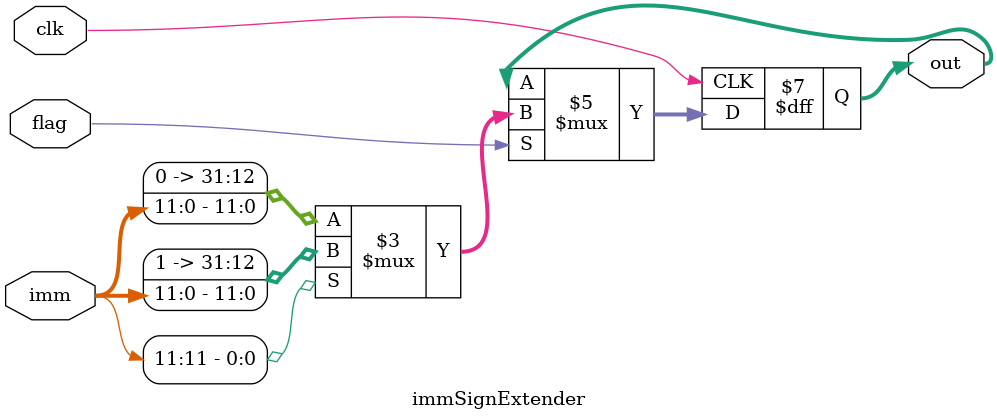
<source format=v>
module immSignExtender(clk, flag, imm, out);
input clk;
input flag; //this is your "ImmSel" flag
input [11:0] imm;
output reg [31:0] out;



always @(posedge clk) begin
if (flag) begin
	if (imm[11]) begin //FIll with 1's
		out <= {20'b11111111111111111111, imm[11:0]};
	end
	else begin //fill with 0's
	out <= {20'b00000000000000000000, imm[11:0]};
			// {20'b11111111111111111111, imm[11:0]};
	end
	
	
end



end

endmodule

</source>
